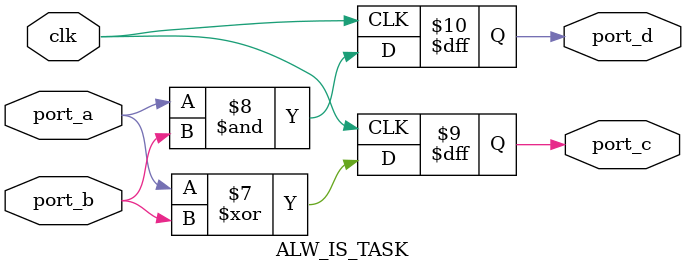
<source format=v>
module ALW_IS_TASK(clk, port_a, port_b, port_c, port_d);
   input clk; 
   input port_a, port_b; 
   output port_c, port_d;
   reg port_c, port_d;

   always @(posedge clk)
   begin 
      task_a(port_c, port_d, port_a,port_b);
   end

   task task_a; 
      output out_a, out_b; 
      input in_a, in_b;
      begin
         out_a = in_a ^ in_b;
         out_b = in_a & in_b;
      end
   endtask

endmodule

</source>
